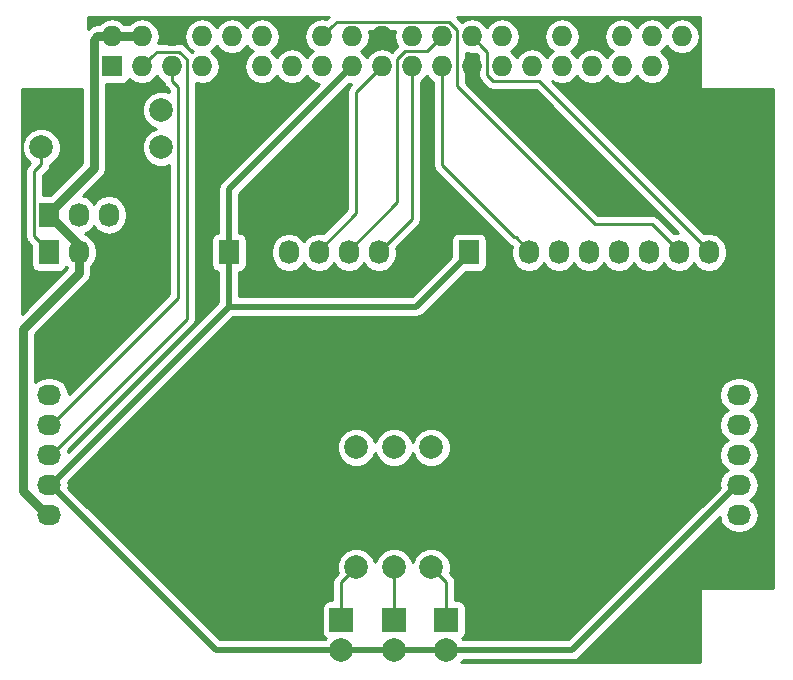
<source format=gtl>
G04 #@! TF.FileFunction,Copper,L1,Top,Signal*
%FSLAX46Y46*%
G04 Gerber Fmt 4.6, Leading zero omitted, Abs format (unit mm)*
G04 Created by KiCad (PCBNEW 4.0.4-stable) date 10/13/16 18:12:30*
%MOMM*%
%LPD*%
G01*
G04 APERTURE LIST*
%ADD10C,0.100000*%
%ADD11R,1.727200X2.032000*%
%ADD12O,1.727200X2.032000*%
%ADD13R,1.727200X1.727200*%
%ADD14O,1.727200X1.727200*%
%ADD15C,1.998980*%
%ADD16R,2.000000X2.000000*%
%ADD17C,2.000000*%
%ADD18O,2.032000X1.727200*%
%ADD19R,2.032000X1.727200*%
%ADD20C,0.508000*%
%ADD21C,0.762000*%
%ADD22C,0.254000*%
G04 APERTURE END LIST*
D10*
D11*
X149860000Y-55880000D03*
D12*
X152400000Y-55880000D03*
X154940000Y-55880000D03*
X157480000Y-55880000D03*
X160020000Y-55880000D03*
X162560000Y-55880000D03*
X165100000Y-55880000D03*
X167640000Y-55880000D03*
X170180000Y-55880000D03*
X172720000Y-55880000D03*
D13*
X119634000Y-40132000D03*
D14*
X119634000Y-37592000D03*
X122174000Y-40132000D03*
X122174000Y-37592000D03*
X124714000Y-40132000D03*
X124714000Y-37592000D03*
X127254000Y-40132000D03*
X127254000Y-37592000D03*
X129794000Y-40132000D03*
X129794000Y-37592000D03*
X132334000Y-40132000D03*
X132334000Y-37592000D03*
X134874000Y-40132000D03*
X134874000Y-37592000D03*
X137414000Y-40132000D03*
X137414000Y-37592000D03*
X139954000Y-40132000D03*
X139954000Y-37592000D03*
X142494000Y-40132000D03*
X142494000Y-37592000D03*
X145034000Y-40132000D03*
X145034000Y-37592000D03*
X147574000Y-40132000D03*
X147574000Y-37592000D03*
X150114000Y-40132000D03*
X150114000Y-37592000D03*
X152654000Y-40132000D03*
X152654000Y-37592000D03*
X155194000Y-40132000D03*
X155194000Y-37592000D03*
X157734000Y-40132000D03*
X157734000Y-37592000D03*
X160274000Y-40132000D03*
X160274000Y-37592000D03*
X162814000Y-40132000D03*
X162814000Y-37592000D03*
X165354000Y-40132000D03*
X165354000Y-37592000D03*
X167894000Y-40132000D03*
X167894000Y-37592000D03*
D15*
X140335000Y-82550000D03*
X140335000Y-72390000D03*
D11*
X129540000Y-55880000D03*
D12*
X132080000Y-55880000D03*
X134620000Y-55880000D03*
X137160000Y-55880000D03*
X139700000Y-55880000D03*
X142240000Y-55880000D03*
X144780000Y-55880000D03*
D11*
X114300000Y-52705000D03*
D12*
X116840000Y-52705000D03*
X119380000Y-52705000D03*
X121920000Y-52705000D03*
D11*
X114300000Y-55880000D03*
D12*
X116840000Y-55880000D03*
X119380000Y-55880000D03*
D16*
X139065000Y-86995000D03*
D17*
X139065000Y-89535000D03*
D16*
X143510000Y-86995000D03*
D17*
X143510000Y-89535000D03*
D16*
X147955000Y-86995000D03*
D17*
X147955000Y-89535000D03*
D15*
X143510000Y-82550000D03*
X143510000Y-72390000D03*
X146685000Y-82550000D03*
X146685000Y-72390000D03*
X113665000Y-46990000D03*
X123825000Y-46990000D03*
X123825000Y-43815000D03*
X113665000Y-43815000D03*
D18*
X114300000Y-67945000D03*
D19*
X114300000Y-65405000D03*
D18*
X114300000Y-70485000D03*
X114300000Y-73025000D03*
X114300000Y-75565000D03*
X114300000Y-78105000D03*
X172720000Y-78105000D03*
X172720000Y-75565000D03*
X172720000Y-73025000D03*
X172720000Y-70485000D03*
D19*
X172720000Y-65405000D03*
D18*
X172720000Y-67945000D03*
D20*
X129540000Y-55880000D02*
X129540000Y-50800000D01*
X139954000Y-40132000D02*
X129540000Y-50546000D01*
X129540000Y-50546000D02*
X129540000Y-50800000D01*
X172720000Y-75565000D02*
X172567600Y-75565000D01*
X172567600Y-75565000D02*
X158597600Y-89535000D01*
X158597600Y-89535000D02*
X149369213Y-89535000D01*
X149369213Y-89535000D02*
X147955000Y-89535000D01*
X149860000Y-55880000D02*
X149860000Y-56032400D01*
X149860000Y-56032400D02*
X145415000Y-60477400D01*
X145415000Y-60477400D02*
X129540000Y-60477400D01*
X129540000Y-55880000D02*
X129540000Y-54356000D01*
X128422400Y-89535000D02*
X147955000Y-89535000D01*
X114300000Y-75565000D02*
X114452400Y-75565000D01*
X114452400Y-75565000D02*
X128422400Y-89535000D01*
X114452400Y-75565000D02*
X129540000Y-60477400D01*
X129540000Y-60477400D02*
X129540000Y-57404000D01*
X129540000Y-57404000D02*
X129540000Y-55880000D01*
X129540000Y-55727600D02*
X129540000Y-55880000D01*
D21*
X118110000Y-37894686D02*
X118110000Y-48742600D01*
X118110000Y-48742600D02*
X114300000Y-52552600D01*
X114300000Y-52552600D02*
X114300000Y-52705000D01*
X119634000Y-37592000D02*
X118412686Y-37592000D01*
X118412686Y-37592000D02*
X118110000Y-37894686D01*
X116840000Y-55880000D02*
X116840000Y-57658000D01*
X112140979Y-76098379D02*
X114147600Y-78105000D01*
X116840000Y-57658000D02*
X112140979Y-62357021D01*
X112140979Y-62357021D02*
X112140979Y-76098379D01*
X114147600Y-78105000D02*
X114300000Y-78105000D01*
X114300000Y-52705000D02*
X116840000Y-55245000D01*
X116840000Y-55245000D02*
X116840000Y-55880000D01*
X119634000Y-37592000D02*
X122174000Y-37592000D01*
D22*
X114300000Y-73025000D02*
X114452400Y-73025000D01*
X125958601Y-61518799D02*
X125958601Y-39534591D01*
X114452400Y-73025000D02*
X125958601Y-61518799D01*
X123037599Y-39268401D02*
X122174000Y-40132000D01*
X125958601Y-39534591D02*
X125311409Y-38887399D01*
X125311409Y-38887399D02*
X123418601Y-38887399D01*
X123418601Y-38887399D02*
X123037599Y-39268401D01*
X114300000Y-70485000D02*
X114452400Y-70485000D01*
X114452400Y-70485000D02*
X125205491Y-59731909D01*
X125205491Y-59731909D02*
X125205491Y-41844805D01*
X125205491Y-41844805D02*
X124714000Y-41353314D01*
X124714000Y-41353314D02*
X124714000Y-40132000D01*
X140335011Y-52552589D02*
X140335011Y-42290989D01*
X140335011Y-42290989D02*
X142494000Y-40132000D01*
X137160000Y-55727600D02*
X140335011Y-52552589D01*
X137160000Y-55880000D02*
X137160000Y-55727600D01*
X145034000Y-40132000D02*
X145034000Y-53086000D01*
X145034000Y-53086000D02*
X142240000Y-55880000D01*
X147574000Y-37592000D02*
X146329399Y-38836601D01*
X146329399Y-38836601D02*
X144487389Y-38836601D01*
X144487389Y-38836601D02*
X143789399Y-39534591D01*
X143789399Y-39534591D02*
X143789399Y-51638201D01*
X143789399Y-51638201D02*
X139700000Y-55727600D01*
X139700000Y-55727600D02*
X139700000Y-55880000D01*
X147574000Y-40132000D02*
X147574000Y-48514000D01*
X147574000Y-48514000D02*
X153670000Y-54610000D01*
X153670000Y-54610000D02*
X153822400Y-54610000D01*
X153822400Y-54610000D02*
X154940000Y-55727600D01*
X154940000Y-55727600D02*
X154940000Y-55880000D01*
X170180000Y-55880000D02*
X170180000Y-55727600D01*
X170180000Y-55727600D02*
X155829001Y-41376601D01*
X155829001Y-41376601D02*
X151929591Y-41376601D01*
X151929591Y-41376601D02*
X151409399Y-40856409D01*
X151409399Y-40856409D02*
X151409399Y-38887399D01*
X150977599Y-38455599D02*
X150114000Y-37592000D01*
X151409399Y-38887399D02*
X150977599Y-38455599D01*
X113665000Y-46990000D02*
X113665000Y-48403492D01*
X113665000Y-48403492D02*
X113055399Y-49013093D01*
X113055399Y-49013093D02*
X113055399Y-54482999D01*
X114300000Y-55727600D02*
X114300000Y-55880000D01*
X113055399Y-54482999D02*
X114300000Y-55727600D01*
X140335000Y-82550000D02*
X139065000Y-83820000D01*
X139065000Y-83820000D02*
X139065000Y-86995000D01*
X143510000Y-82550000D02*
X143510000Y-86995000D01*
X146685000Y-82550000D02*
X147955000Y-83820000D01*
X147955000Y-83820000D02*
X147955000Y-86995000D01*
X160503373Y-53450491D02*
X148869399Y-41816517D01*
X148869399Y-41816517D02*
X148869399Y-37045389D01*
X148171409Y-36347399D02*
X138658601Y-36347399D01*
X148869399Y-37045389D02*
X148171409Y-36347399D01*
X138658601Y-36347399D02*
X138277599Y-36728401D01*
X138277599Y-36728401D02*
X137414000Y-37592000D01*
X165362891Y-53450491D02*
X160503373Y-53450491D01*
X167640000Y-55727600D02*
X165362891Y-53450491D01*
X167640000Y-55880000D02*
X167640000Y-55727600D01*
G36*
X169418000Y-41910000D02*
X169426685Y-41956159D01*
X169427652Y-41957662D01*
X169428006Y-41959410D01*
X169441248Y-41978791D01*
X169453965Y-41998553D01*
X169455440Y-41999560D01*
X169456447Y-42001035D01*
X169476209Y-42013752D01*
X169495590Y-42026994D01*
X169497338Y-42027348D01*
X169498841Y-42028315D01*
X169545000Y-42037000D01*
X175615000Y-42037000D01*
X175615000Y-84328000D01*
X169545000Y-84328000D01*
X169495590Y-84338006D01*
X169453965Y-84366447D01*
X169426685Y-84408841D01*
X169418000Y-84455000D01*
X169418000Y-90580000D01*
X149222435Y-90580000D01*
X149340278Y-90462363D01*
X149356208Y-90424000D01*
X158597600Y-90424000D01*
X158937806Y-90356329D01*
X159226218Y-90163618D01*
X171077831Y-78312005D01*
X171150729Y-78678489D01*
X171475585Y-79164670D01*
X171961766Y-79489526D01*
X172535255Y-79603600D01*
X172904745Y-79603600D01*
X173478234Y-79489526D01*
X173964415Y-79164670D01*
X174289271Y-78678489D01*
X174403345Y-78105000D01*
X174289271Y-77531511D01*
X173964415Y-77045330D01*
X173649634Y-76835000D01*
X173964415Y-76624670D01*
X174289271Y-76138489D01*
X174403345Y-75565000D01*
X174289271Y-74991511D01*
X173964415Y-74505330D01*
X173649634Y-74295000D01*
X173964415Y-74084670D01*
X174289271Y-73598489D01*
X174403345Y-73025000D01*
X174289271Y-72451511D01*
X173964415Y-71965330D01*
X173649634Y-71755000D01*
X173964415Y-71544670D01*
X174289271Y-71058489D01*
X174403345Y-70485000D01*
X174289271Y-69911511D01*
X173964415Y-69425330D01*
X173649634Y-69215000D01*
X173964415Y-69004670D01*
X174289271Y-68518489D01*
X174403345Y-67945000D01*
X174289271Y-67371511D01*
X173964415Y-66885330D01*
X173478234Y-66560474D01*
X172904745Y-66446400D01*
X172535255Y-66446400D01*
X171961766Y-66560474D01*
X171475585Y-66885330D01*
X171150729Y-67371511D01*
X171036655Y-67945000D01*
X171150729Y-68518489D01*
X171475585Y-69004670D01*
X171790366Y-69215000D01*
X171475585Y-69425330D01*
X171150729Y-69911511D01*
X171036655Y-70485000D01*
X171150729Y-71058489D01*
X171475585Y-71544670D01*
X171790366Y-71755000D01*
X171475585Y-71965330D01*
X171150729Y-72451511D01*
X171036655Y-73025000D01*
X171150729Y-73598489D01*
X171475585Y-74084670D01*
X171790366Y-74295000D01*
X171475585Y-74505330D01*
X171150729Y-74991511D01*
X171036655Y-75565000D01*
X171082066Y-75793298D01*
X158229364Y-88646000D01*
X149356745Y-88646000D01*
X149341894Y-88610057D01*
X149275379Y-88543426D01*
X149406441Y-88459090D01*
X149551431Y-88246890D01*
X149602440Y-87995000D01*
X149602440Y-85995000D01*
X149558162Y-85759683D01*
X149419090Y-85543559D01*
X149206890Y-85398569D01*
X148955000Y-85347560D01*
X148717000Y-85347560D01*
X148717000Y-83820000D01*
X148658996Y-83528395D01*
X148623088Y-83474655D01*
X148493815Y-83281184D01*
X148251715Y-83039084D01*
X148319206Y-82876547D01*
X148319774Y-82226306D01*
X148071462Y-81625345D01*
X147612073Y-81165154D01*
X147011547Y-80915794D01*
X146361306Y-80915226D01*
X145760345Y-81163538D01*
X145300154Y-81622927D01*
X145097309Y-82111432D01*
X144896462Y-81625345D01*
X144437073Y-81165154D01*
X143836547Y-80915794D01*
X143186306Y-80915226D01*
X142585345Y-81163538D01*
X142125154Y-81622927D01*
X141922309Y-82111432D01*
X141721462Y-81625345D01*
X141262073Y-81165154D01*
X140661547Y-80915794D01*
X140011306Y-80915226D01*
X139410345Y-81163538D01*
X138950154Y-81622927D01*
X138700794Y-82223453D01*
X138700226Y-82873694D01*
X138768482Y-83038887D01*
X138526186Y-83281184D01*
X138526185Y-83281185D01*
X138361004Y-83528395D01*
X138303000Y-83820000D01*
X138303000Y-85347560D01*
X138065000Y-85347560D01*
X137829683Y-85391838D01*
X137613559Y-85530910D01*
X137468569Y-85743110D01*
X137417560Y-85995000D01*
X137417560Y-87995000D01*
X137461838Y-88230317D01*
X137600910Y-88446441D01*
X137743561Y-88543910D01*
X137679722Y-88607637D01*
X137663792Y-88646000D01*
X128790636Y-88646000D01*
X115937934Y-75793298D01*
X115983345Y-75565000D01*
X115937934Y-75336702D01*
X118560942Y-72713694D01*
X138700226Y-72713694D01*
X138948538Y-73314655D01*
X139407927Y-73774846D01*
X140008453Y-74024206D01*
X140658694Y-74024774D01*
X141259655Y-73776462D01*
X141719846Y-73317073D01*
X141922691Y-72828568D01*
X142123538Y-73314655D01*
X142582927Y-73774846D01*
X143183453Y-74024206D01*
X143833694Y-74024774D01*
X144434655Y-73776462D01*
X144894846Y-73317073D01*
X145097691Y-72828568D01*
X145298538Y-73314655D01*
X145757927Y-73774846D01*
X146358453Y-74024206D01*
X147008694Y-74024774D01*
X147609655Y-73776462D01*
X148069846Y-73317073D01*
X148319206Y-72716547D01*
X148319774Y-72066306D01*
X148071462Y-71465345D01*
X147612073Y-71005154D01*
X147011547Y-70755794D01*
X146361306Y-70755226D01*
X145760345Y-71003538D01*
X145300154Y-71462927D01*
X145097309Y-71951432D01*
X144896462Y-71465345D01*
X144437073Y-71005154D01*
X143836547Y-70755794D01*
X143186306Y-70755226D01*
X142585345Y-71003538D01*
X142125154Y-71462927D01*
X141922309Y-71951432D01*
X141721462Y-71465345D01*
X141262073Y-71005154D01*
X140661547Y-70755794D01*
X140011306Y-70755226D01*
X139410345Y-71003538D01*
X138950154Y-71462927D01*
X138700794Y-72063453D01*
X138700226Y-72713694D01*
X118560942Y-72713694D01*
X129908236Y-61366400D01*
X145415000Y-61366400D01*
X145755206Y-61298729D01*
X146043618Y-61106018D01*
X149606196Y-57543440D01*
X150723600Y-57543440D01*
X150958917Y-57499162D01*
X151175041Y-57360090D01*
X151320031Y-57147890D01*
X151371040Y-56896000D01*
X151371040Y-54864000D01*
X151326762Y-54628683D01*
X151187690Y-54412559D01*
X150975490Y-54267569D01*
X150723600Y-54216560D01*
X148996400Y-54216560D01*
X148761083Y-54260838D01*
X148544959Y-54399910D01*
X148399969Y-54612110D01*
X148348960Y-54864000D01*
X148348960Y-56286204D01*
X145046764Y-59588400D01*
X130429000Y-59588400D01*
X130429000Y-57538661D01*
X130638917Y-57499162D01*
X130855041Y-57360090D01*
X131000031Y-57147890D01*
X131051040Y-56896000D01*
X131051040Y-54864000D01*
X131006762Y-54628683D01*
X130867690Y-54412559D01*
X130655490Y-54267569D01*
X130429000Y-54221704D01*
X130429000Y-50914236D01*
X139728193Y-41615043D01*
X139899293Y-41649077D01*
X139796196Y-41752174D01*
X139631015Y-41999384D01*
X139573011Y-42290989D01*
X139573011Y-52236958D01*
X137538105Y-54271865D01*
X137160000Y-54196655D01*
X136586511Y-54310729D01*
X136100330Y-54635585D01*
X135890000Y-54950366D01*
X135679670Y-54635585D01*
X135193489Y-54310729D01*
X134620000Y-54196655D01*
X134046511Y-54310729D01*
X133560330Y-54635585D01*
X133235474Y-55121766D01*
X133121400Y-55695255D01*
X133121400Y-56064745D01*
X133235474Y-56638234D01*
X133560330Y-57124415D01*
X134046511Y-57449271D01*
X134620000Y-57563345D01*
X135193489Y-57449271D01*
X135679670Y-57124415D01*
X135890000Y-56809634D01*
X136100330Y-57124415D01*
X136586511Y-57449271D01*
X137160000Y-57563345D01*
X137733489Y-57449271D01*
X138219670Y-57124415D01*
X138430000Y-56809634D01*
X138640330Y-57124415D01*
X139126511Y-57449271D01*
X139700000Y-57563345D01*
X140273489Y-57449271D01*
X140759670Y-57124415D01*
X140970000Y-56809634D01*
X141180330Y-57124415D01*
X141666511Y-57449271D01*
X142240000Y-57563345D01*
X142813489Y-57449271D01*
X143299670Y-57124415D01*
X143624526Y-56638234D01*
X143738600Y-56064745D01*
X143738600Y-55695255D01*
X143699408Y-55498223D01*
X145572816Y-53624815D01*
X145707383Y-53423420D01*
X145737996Y-53377605D01*
X145796000Y-53086000D01*
X145796000Y-41419926D01*
X146093670Y-41221029D01*
X146304000Y-40906248D01*
X146514330Y-41221029D01*
X146812000Y-41419926D01*
X146812000Y-48514000D01*
X146870004Y-48805605D01*
X146961346Y-48942307D01*
X147035185Y-49052815D01*
X153131185Y-55148815D01*
X153378395Y-55313996D01*
X153466239Y-55331469D01*
X153505877Y-55371107D01*
X153441400Y-55695255D01*
X153441400Y-56064745D01*
X153555474Y-56638234D01*
X153880330Y-57124415D01*
X154366511Y-57449271D01*
X154940000Y-57563345D01*
X155513489Y-57449271D01*
X155999670Y-57124415D01*
X156210000Y-56809634D01*
X156420330Y-57124415D01*
X156906511Y-57449271D01*
X157480000Y-57563345D01*
X158053489Y-57449271D01*
X158539670Y-57124415D01*
X158750000Y-56809634D01*
X158960330Y-57124415D01*
X159446511Y-57449271D01*
X160020000Y-57563345D01*
X160593489Y-57449271D01*
X161079670Y-57124415D01*
X161290000Y-56809634D01*
X161500330Y-57124415D01*
X161986511Y-57449271D01*
X162560000Y-57563345D01*
X163133489Y-57449271D01*
X163619670Y-57124415D01*
X163830000Y-56809634D01*
X164040330Y-57124415D01*
X164526511Y-57449271D01*
X165100000Y-57563345D01*
X165673489Y-57449271D01*
X166159670Y-57124415D01*
X166370000Y-56809634D01*
X166580330Y-57124415D01*
X167066511Y-57449271D01*
X167640000Y-57563345D01*
X168213489Y-57449271D01*
X168699670Y-57124415D01*
X168910000Y-56809634D01*
X169120330Y-57124415D01*
X169606511Y-57449271D01*
X170180000Y-57563345D01*
X170753489Y-57449271D01*
X171239670Y-57124415D01*
X171564526Y-56638234D01*
X171678600Y-56064745D01*
X171678600Y-55695255D01*
X171564526Y-55121766D01*
X171239670Y-54635585D01*
X170753489Y-54310729D01*
X170180000Y-54196655D01*
X169801896Y-54271865D01*
X156905566Y-41375536D01*
X157160511Y-41545885D01*
X157734000Y-41659959D01*
X158307489Y-41545885D01*
X158793670Y-41221029D01*
X159004000Y-40906248D01*
X159214330Y-41221029D01*
X159700511Y-41545885D01*
X160274000Y-41659959D01*
X160847489Y-41545885D01*
X161333670Y-41221029D01*
X161544000Y-40906248D01*
X161754330Y-41221029D01*
X162240511Y-41545885D01*
X162814000Y-41659959D01*
X163387489Y-41545885D01*
X163873670Y-41221029D01*
X164084000Y-40906248D01*
X164294330Y-41221029D01*
X164780511Y-41545885D01*
X165354000Y-41659959D01*
X165927489Y-41545885D01*
X166413670Y-41221029D01*
X166738526Y-40734848D01*
X166852600Y-40161359D01*
X166852600Y-40102641D01*
X166738526Y-39529152D01*
X166413670Y-39042971D01*
X166142828Y-38862000D01*
X166413670Y-38681029D01*
X166624000Y-38366248D01*
X166834330Y-38681029D01*
X167320511Y-39005885D01*
X167894000Y-39119959D01*
X168467489Y-39005885D01*
X168953670Y-38681029D01*
X169278526Y-38194848D01*
X169392600Y-37621359D01*
X169392600Y-37562641D01*
X169278526Y-36989152D01*
X168953670Y-36502971D01*
X168467489Y-36178115D01*
X167894000Y-36064041D01*
X167320511Y-36178115D01*
X166834330Y-36502971D01*
X166624000Y-36817752D01*
X166413670Y-36502971D01*
X165927489Y-36178115D01*
X165354000Y-36064041D01*
X164780511Y-36178115D01*
X164294330Y-36502971D01*
X164084000Y-36817752D01*
X163873670Y-36502971D01*
X163387489Y-36178115D01*
X162814000Y-36064041D01*
X162240511Y-36178115D01*
X161754330Y-36502971D01*
X161429474Y-36989152D01*
X161315400Y-37562641D01*
X161315400Y-37621359D01*
X161429474Y-38194848D01*
X161754330Y-38681029D01*
X162025172Y-38862000D01*
X161754330Y-39042971D01*
X161544000Y-39357752D01*
X161333670Y-39042971D01*
X160847489Y-38718115D01*
X160274000Y-38604041D01*
X159700511Y-38718115D01*
X159214330Y-39042971D01*
X159004000Y-39357752D01*
X158793670Y-39042971D01*
X158522828Y-38862000D01*
X158793670Y-38681029D01*
X159118526Y-38194848D01*
X159232600Y-37621359D01*
X159232600Y-37562641D01*
X159118526Y-36989152D01*
X158793670Y-36502971D01*
X158307489Y-36178115D01*
X157734000Y-36064041D01*
X157160511Y-36178115D01*
X156674330Y-36502971D01*
X156349474Y-36989152D01*
X156235400Y-37562641D01*
X156235400Y-37621359D01*
X156349474Y-38194848D01*
X156674330Y-38681029D01*
X156945172Y-38862000D01*
X156674330Y-39042971D01*
X156464000Y-39357752D01*
X156253670Y-39042971D01*
X155767489Y-38718115D01*
X155194000Y-38604041D01*
X154620511Y-38718115D01*
X154134330Y-39042971D01*
X153924000Y-39357752D01*
X153713670Y-39042971D01*
X153442828Y-38862000D01*
X153713670Y-38681029D01*
X154038526Y-38194848D01*
X154152600Y-37621359D01*
X154152600Y-37562641D01*
X154038526Y-36989152D01*
X153713670Y-36502971D01*
X153227489Y-36178115D01*
X152654000Y-36064041D01*
X152080511Y-36178115D01*
X151594330Y-36502971D01*
X151384000Y-36817752D01*
X151173670Y-36502971D01*
X150687489Y-36178115D01*
X150114000Y-36064041D01*
X149540511Y-36178115D01*
X149264308Y-36362668D01*
X148851640Y-35950000D01*
X169418000Y-35950000D01*
X169418000Y-41910000D01*
X169418000Y-41910000D01*
G37*
X169418000Y-41910000D02*
X169426685Y-41956159D01*
X169427652Y-41957662D01*
X169428006Y-41959410D01*
X169441248Y-41978791D01*
X169453965Y-41998553D01*
X169455440Y-41999560D01*
X169456447Y-42001035D01*
X169476209Y-42013752D01*
X169495590Y-42026994D01*
X169497338Y-42027348D01*
X169498841Y-42028315D01*
X169545000Y-42037000D01*
X175615000Y-42037000D01*
X175615000Y-84328000D01*
X169545000Y-84328000D01*
X169495590Y-84338006D01*
X169453965Y-84366447D01*
X169426685Y-84408841D01*
X169418000Y-84455000D01*
X169418000Y-90580000D01*
X149222435Y-90580000D01*
X149340278Y-90462363D01*
X149356208Y-90424000D01*
X158597600Y-90424000D01*
X158937806Y-90356329D01*
X159226218Y-90163618D01*
X171077831Y-78312005D01*
X171150729Y-78678489D01*
X171475585Y-79164670D01*
X171961766Y-79489526D01*
X172535255Y-79603600D01*
X172904745Y-79603600D01*
X173478234Y-79489526D01*
X173964415Y-79164670D01*
X174289271Y-78678489D01*
X174403345Y-78105000D01*
X174289271Y-77531511D01*
X173964415Y-77045330D01*
X173649634Y-76835000D01*
X173964415Y-76624670D01*
X174289271Y-76138489D01*
X174403345Y-75565000D01*
X174289271Y-74991511D01*
X173964415Y-74505330D01*
X173649634Y-74295000D01*
X173964415Y-74084670D01*
X174289271Y-73598489D01*
X174403345Y-73025000D01*
X174289271Y-72451511D01*
X173964415Y-71965330D01*
X173649634Y-71755000D01*
X173964415Y-71544670D01*
X174289271Y-71058489D01*
X174403345Y-70485000D01*
X174289271Y-69911511D01*
X173964415Y-69425330D01*
X173649634Y-69215000D01*
X173964415Y-69004670D01*
X174289271Y-68518489D01*
X174403345Y-67945000D01*
X174289271Y-67371511D01*
X173964415Y-66885330D01*
X173478234Y-66560474D01*
X172904745Y-66446400D01*
X172535255Y-66446400D01*
X171961766Y-66560474D01*
X171475585Y-66885330D01*
X171150729Y-67371511D01*
X171036655Y-67945000D01*
X171150729Y-68518489D01*
X171475585Y-69004670D01*
X171790366Y-69215000D01*
X171475585Y-69425330D01*
X171150729Y-69911511D01*
X171036655Y-70485000D01*
X171150729Y-71058489D01*
X171475585Y-71544670D01*
X171790366Y-71755000D01*
X171475585Y-71965330D01*
X171150729Y-72451511D01*
X171036655Y-73025000D01*
X171150729Y-73598489D01*
X171475585Y-74084670D01*
X171790366Y-74295000D01*
X171475585Y-74505330D01*
X171150729Y-74991511D01*
X171036655Y-75565000D01*
X171082066Y-75793298D01*
X158229364Y-88646000D01*
X149356745Y-88646000D01*
X149341894Y-88610057D01*
X149275379Y-88543426D01*
X149406441Y-88459090D01*
X149551431Y-88246890D01*
X149602440Y-87995000D01*
X149602440Y-85995000D01*
X149558162Y-85759683D01*
X149419090Y-85543559D01*
X149206890Y-85398569D01*
X148955000Y-85347560D01*
X148717000Y-85347560D01*
X148717000Y-83820000D01*
X148658996Y-83528395D01*
X148623088Y-83474655D01*
X148493815Y-83281184D01*
X148251715Y-83039084D01*
X148319206Y-82876547D01*
X148319774Y-82226306D01*
X148071462Y-81625345D01*
X147612073Y-81165154D01*
X147011547Y-80915794D01*
X146361306Y-80915226D01*
X145760345Y-81163538D01*
X145300154Y-81622927D01*
X145097309Y-82111432D01*
X144896462Y-81625345D01*
X144437073Y-81165154D01*
X143836547Y-80915794D01*
X143186306Y-80915226D01*
X142585345Y-81163538D01*
X142125154Y-81622927D01*
X141922309Y-82111432D01*
X141721462Y-81625345D01*
X141262073Y-81165154D01*
X140661547Y-80915794D01*
X140011306Y-80915226D01*
X139410345Y-81163538D01*
X138950154Y-81622927D01*
X138700794Y-82223453D01*
X138700226Y-82873694D01*
X138768482Y-83038887D01*
X138526186Y-83281184D01*
X138526185Y-83281185D01*
X138361004Y-83528395D01*
X138303000Y-83820000D01*
X138303000Y-85347560D01*
X138065000Y-85347560D01*
X137829683Y-85391838D01*
X137613559Y-85530910D01*
X137468569Y-85743110D01*
X137417560Y-85995000D01*
X137417560Y-87995000D01*
X137461838Y-88230317D01*
X137600910Y-88446441D01*
X137743561Y-88543910D01*
X137679722Y-88607637D01*
X137663792Y-88646000D01*
X128790636Y-88646000D01*
X115937934Y-75793298D01*
X115983345Y-75565000D01*
X115937934Y-75336702D01*
X118560942Y-72713694D01*
X138700226Y-72713694D01*
X138948538Y-73314655D01*
X139407927Y-73774846D01*
X140008453Y-74024206D01*
X140658694Y-74024774D01*
X141259655Y-73776462D01*
X141719846Y-73317073D01*
X141922691Y-72828568D01*
X142123538Y-73314655D01*
X142582927Y-73774846D01*
X143183453Y-74024206D01*
X143833694Y-74024774D01*
X144434655Y-73776462D01*
X144894846Y-73317073D01*
X145097691Y-72828568D01*
X145298538Y-73314655D01*
X145757927Y-73774846D01*
X146358453Y-74024206D01*
X147008694Y-74024774D01*
X147609655Y-73776462D01*
X148069846Y-73317073D01*
X148319206Y-72716547D01*
X148319774Y-72066306D01*
X148071462Y-71465345D01*
X147612073Y-71005154D01*
X147011547Y-70755794D01*
X146361306Y-70755226D01*
X145760345Y-71003538D01*
X145300154Y-71462927D01*
X145097309Y-71951432D01*
X144896462Y-71465345D01*
X144437073Y-71005154D01*
X143836547Y-70755794D01*
X143186306Y-70755226D01*
X142585345Y-71003538D01*
X142125154Y-71462927D01*
X141922309Y-71951432D01*
X141721462Y-71465345D01*
X141262073Y-71005154D01*
X140661547Y-70755794D01*
X140011306Y-70755226D01*
X139410345Y-71003538D01*
X138950154Y-71462927D01*
X138700794Y-72063453D01*
X138700226Y-72713694D01*
X118560942Y-72713694D01*
X129908236Y-61366400D01*
X145415000Y-61366400D01*
X145755206Y-61298729D01*
X146043618Y-61106018D01*
X149606196Y-57543440D01*
X150723600Y-57543440D01*
X150958917Y-57499162D01*
X151175041Y-57360090D01*
X151320031Y-57147890D01*
X151371040Y-56896000D01*
X151371040Y-54864000D01*
X151326762Y-54628683D01*
X151187690Y-54412559D01*
X150975490Y-54267569D01*
X150723600Y-54216560D01*
X148996400Y-54216560D01*
X148761083Y-54260838D01*
X148544959Y-54399910D01*
X148399969Y-54612110D01*
X148348960Y-54864000D01*
X148348960Y-56286204D01*
X145046764Y-59588400D01*
X130429000Y-59588400D01*
X130429000Y-57538661D01*
X130638917Y-57499162D01*
X130855041Y-57360090D01*
X131000031Y-57147890D01*
X131051040Y-56896000D01*
X131051040Y-54864000D01*
X131006762Y-54628683D01*
X130867690Y-54412559D01*
X130655490Y-54267569D01*
X130429000Y-54221704D01*
X130429000Y-50914236D01*
X139728193Y-41615043D01*
X139899293Y-41649077D01*
X139796196Y-41752174D01*
X139631015Y-41999384D01*
X139573011Y-42290989D01*
X139573011Y-52236958D01*
X137538105Y-54271865D01*
X137160000Y-54196655D01*
X136586511Y-54310729D01*
X136100330Y-54635585D01*
X135890000Y-54950366D01*
X135679670Y-54635585D01*
X135193489Y-54310729D01*
X134620000Y-54196655D01*
X134046511Y-54310729D01*
X133560330Y-54635585D01*
X133235474Y-55121766D01*
X133121400Y-55695255D01*
X133121400Y-56064745D01*
X133235474Y-56638234D01*
X133560330Y-57124415D01*
X134046511Y-57449271D01*
X134620000Y-57563345D01*
X135193489Y-57449271D01*
X135679670Y-57124415D01*
X135890000Y-56809634D01*
X136100330Y-57124415D01*
X136586511Y-57449271D01*
X137160000Y-57563345D01*
X137733489Y-57449271D01*
X138219670Y-57124415D01*
X138430000Y-56809634D01*
X138640330Y-57124415D01*
X139126511Y-57449271D01*
X139700000Y-57563345D01*
X140273489Y-57449271D01*
X140759670Y-57124415D01*
X140970000Y-56809634D01*
X141180330Y-57124415D01*
X141666511Y-57449271D01*
X142240000Y-57563345D01*
X142813489Y-57449271D01*
X143299670Y-57124415D01*
X143624526Y-56638234D01*
X143738600Y-56064745D01*
X143738600Y-55695255D01*
X143699408Y-55498223D01*
X145572816Y-53624815D01*
X145707383Y-53423420D01*
X145737996Y-53377605D01*
X145796000Y-53086000D01*
X145796000Y-41419926D01*
X146093670Y-41221029D01*
X146304000Y-40906248D01*
X146514330Y-41221029D01*
X146812000Y-41419926D01*
X146812000Y-48514000D01*
X146870004Y-48805605D01*
X146961346Y-48942307D01*
X147035185Y-49052815D01*
X153131185Y-55148815D01*
X153378395Y-55313996D01*
X153466239Y-55331469D01*
X153505877Y-55371107D01*
X153441400Y-55695255D01*
X153441400Y-56064745D01*
X153555474Y-56638234D01*
X153880330Y-57124415D01*
X154366511Y-57449271D01*
X154940000Y-57563345D01*
X155513489Y-57449271D01*
X155999670Y-57124415D01*
X156210000Y-56809634D01*
X156420330Y-57124415D01*
X156906511Y-57449271D01*
X157480000Y-57563345D01*
X158053489Y-57449271D01*
X158539670Y-57124415D01*
X158750000Y-56809634D01*
X158960330Y-57124415D01*
X159446511Y-57449271D01*
X160020000Y-57563345D01*
X160593489Y-57449271D01*
X161079670Y-57124415D01*
X161290000Y-56809634D01*
X161500330Y-57124415D01*
X161986511Y-57449271D01*
X162560000Y-57563345D01*
X163133489Y-57449271D01*
X163619670Y-57124415D01*
X163830000Y-56809634D01*
X164040330Y-57124415D01*
X164526511Y-57449271D01*
X165100000Y-57563345D01*
X165673489Y-57449271D01*
X166159670Y-57124415D01*
X166370000Y-56809634D01*
X166580330Y-57124415D01*
X167066511Y-57449271D01*
X167640000Y-57563345D01*
X168213489Y-57449271D01*
X168699670Y-57124415D01*
X168910000Y-56809634D01*
X169120330Y-57124415D01*
X169606511Y-57449271D01*
X170180000Y-57563345D01*
X170753489Y-57449271D01*
X171239670Y-57124415D01*
X171564526Y-56638234D01*
X171678600Y-56064745D01*
X171678600Y-55695255D01*
X171564526Y-55121766D01*
X171239670Y-54635585D01*
X170753489Y-54310729D01*
X170180000Y-54196655D01*
X169801896Y-54271865D01*
X156905566Y-41375536D01*
X157160511Y-41545885D01*
X157734000Y-41659959D01*
X158307489Y-41545885D01*
X158793670Y-41221029D01*
X159004000Y-40906248D01*
X159214330Y-41221029D01*
X159700511Y-41545885D01*
X160274000Y-41659959D01*
X160847489Y-41545885D01*
X161333670Y-41221029D01*
X161544000Y-40906248D01*
X161754330Y-41221029D01*
X162240511Y-41545885D01*
X162814000Y-41659959D01*
X163387489Y-41545885D01*
X163873670Y-41221029D01*
X164084000Y-40906248D01*
X164294330Y-41221029D01*
X164780511Y-41545885D01*
X165354000Y-41659959D01*
X165927489Y-41545885D01*
X166413670Y-41221029D01*
X166738526Y-40734848D01*
X166852600Y-40161359D01*
X166852600Y-40102641D01*
X166738526Y-39529152D01*
X166413670Y-39042971D01*
X166142828Y-38862000D01*
X166413670Y-38681029D01*
X166624000Y-38366248D01*
X166834330Y-38681029D01*
X167320511Y-39005885D01*
X167894000Y-39119959D01*
X168467489Y-39005885D01*
X168953670Y-38681029D01*
X169278526Y-38194848D01*
X169392600Y-37621359D01*
X169392600Y-37562641D01*
X169278526Y-36989152D01*
X168953670Y-36502971D01*
X168467489Y-36178115D01*
X167894000Y-36064041D01*
X167320511Y-36178115D01*
X166834330Y-36502971D01*
X166624000Y-36817752D01*
X166413670Y-36502971D01*
X165927489Y-36178115D01*
X165354000Y-36064041D01*
X164780511Y-36178115D01*
X164294330Y-36502971D01*
X164084000Y-36817752D01*
X163873670Y-36502971D01*
X163387489Y-36178115D01*
X162814000Y-36064041D01*
X162240511Y-36178115D01*
X161754330Y-36502971D01*
X161429474Y-36989152D01*
X161315400Y-37562641D01*
X161315400Y-37621359D01*
X161429474Y-38194848D01*
X161754330Y-38681029D01*
X162025172Y-38862000D01*
X161754330Y-39042971D01*
X161544000Y-39357752D01*
X161333670Y-39042971D01*
X160847489Y-38718115D01*
X160274000Y-38604041D01*
X159700511Y-38718115D01*
X159214330Y-39042971D01*
X159004000Y-39357752D01*
X158793670Y-39042971D01*
X158522828Y-38862000D01*
X158793670Y-38681029D01*
X159118526Y-38194848D01*
X159232600Y-37621359D01*
X159232600Y-37562641D01*
X159118526Y-36989152D01*
X158793670Y-36502971D01*
X158307489Y-36178115D01*
X157734000Y-36064041D01*
X157160511Y-36178115D01*
X156674330Y-36502971D01*
X156349474Y-36989152D01*
X156235400Y-37562641D01*
X156235400Y-37621359D01*
X156349474Y-38194848D01*
X156674330Y-38681029D01*
X156945172Y-38862000D01*
X156674330Y-39042971D01*
X156464000Y-39357752D01*
X156253670Y-39042971D01*
X155767489Y-38718115D01*
X155194000Y-38604041D01*
X154620511Y-38718115D01*
X154134330Y-39042971D01*
X153924000Y-39357752D01*
X153713670Y-39042971D01*
X153442828Y-38862000D01*
X153713670Y-38681029D01*
X154038526Y-38194848D01*
X154152600Y-37621359D01*
X154152600Y-37562641D01*
X154038526Y-36989152D01*
X153713670Y-36502971D01*
X153227489Y-36178115D01*
X152654000Y-36064041D01*
X152080511Y-36178115D01*
X151594330Y-36502971D01*
X151384000Y-36817752D01*
X151173670Y-36502971D01*
X150687489Y-36178115D01*
X150114000Y-36064041D01*
X149540511Y-36178115D01*
X149264308Y-36362668D01*
X148851640Y-35950000D01*
X169418000Y-35950000D01*
X169418000Y-41910000D01*
G36*
X131274330Y-38681029D02*
X131545172Y-38862000D01*
X131274330Y-39042971D01*
X130949474Y-39529152D01*
X130835400Y-40102641D01*
X130835400Y-40161359D01*
X130949474Y-40734848D01*
X131274330Y-41221029D01*
X131760511Y-41545885D01*
X132334000Y-41659959D01*
X132907489Y-41545885D01*
X133393670Y-41221029D01*
X133604000Y-40906248D01*
X133814330Y-41221029D01*
X134300511Y-41545885D01*
X134874000Y-41659959D01*
X135447489Y-41545885D01*
X135933670Y-41221029D01*
X136144000Y-40906248D01*
X136354330Y-41221029D01*
X136840511Y-41545885D01*
X137209485Y-41619279D01*
X128911382Y-49917382D01*
X128718671Y-50205794D01*
X128651000Y-50546000D01*
X128651000Y-54221339D01*
X128441083Y-54260838D01*
X128224959Y-54399910D01*
X128079969Y-54612110D01*
X128028960Y-54864000D01*
X128028960Y-56896000D01*
X128073238Y-57131317D01*
X128212310Y-57347441D01*
X128424510Y-57492431D01*
X128651000Y-57538296D01*
X128651000Y-60109164D01*
X115942169Y-72817995D01*
X115908135Y-72646895D01*
X126497417Y-62057614D01*
X126662598Y-61810403D01*
X126720601Y-61518799D01*
X126720601Y-41553859D01*
X127254000Y-41659959D01*
X127827489Y-41545885D01*
X128313670Y-41221029D01*
X128638526Y-40734848D01*
X128752600Y-40161359D01*
X128752600Y-40102641D01*
X128638526Y-39529152D01*
X128313670Y-39042971D01*
X128042828Y-38862000D01*
X128313670Y-38681029D01*
X128524000Y-38366248D01*
X128734330Y-38681029D01*
X129220511Y-39005885D01*
X129794000Y-39119959D01*
X130367489Y-39005885D01*
X130853670Y-38681029D01*
X131064000Y-38366248D01*
X131274330Y-38681029D01*
X131274330Y-38681029D01*
G37*
X131274330Y-38681029D02*
X131545172Y-38862000D01*
X131274330Y-39042971D01*
X130949474Y-39529152D01*
X130835400Y-40102641D01*
X130835400Y-40161359D01*
X130949474Y-40734848D01*
X131274330Y-41221029D01*
X131760511Y-41545885D01*
X132334000Y-41659959D01*
X132907489Y-41545885D01*
X133393670Y-41221029D01*
X133604000Y-40906248D01*
X133814330Y-41221029D01*
X134300511Y-41545885D01*
X134874000Y-41659959D01*
X135447489Y-41545885D01*
X135933670Y-41221029D01*
X136144000Y-40906248D01*
X136354330Y-41221029D01*
X136840511Y-41545885D01*
X137209485Y-41619279D01*
X128911382Y-49917382D01*
X128718671Y-50205794D01*
X128651000Y-50546000D01*
X128651000Y-54221339D01*
X128441083Y-54260838D01*
X128224959Y-54399910D01*
X128079969Y-54612110D01*
X128028960Y-54864000D01*
X128028960Y-56896000D01*
X128073238Y-57131317D01*
X128212310Y-57347441D01*
X128424510Y-57492431D01*
X128651000Y-57538296D01*
X128651000Y-60109164D01*
X115942169Y-72817995D01*
X115908135Y-72646895D01*
X126497417Y-62057614D01*
X126662598Y-61810403D01*
X126720601Y-61518799D01*
X126720601Y-41553859D01*
X127254000Y-41659959D01*
X127827489Y-41545885D01*
X128313670Y-41221029D01*
X128638526Y-40734848D01*
X128752600Y-40161359D01*
X128752600Y-40102641D01*
X128638526Y-39529152D01*
X128313670Y-39042971D01*
X128042828Y-38862000D01*
X128313670Y-38681029D01*
X128524000Y-38366248D01*
X128734330Y-38681029D01*
X129220511Y-39005885D01*
X129794000Y-39119959D01*
X130367489Y-39005885D01*
X130853670Y-38681029D01*
X131064000Y-38366248D01*
X131274330Y-38681029D01*
G36*
X123654330Y-41221029D02*
X123967281Y-41430136D01*
X124010004Y-41644919D01*
X124081670Y-41752174D01*
X124175185Y-41892129D01*
X124443491Y-42160436D01*
X124443491Y-42302020D01*
X124151547Y-42180794D01*
X123501306Y-42180226D01*
X122900345Y-42428538D01*
X122440154Y-42887927D01*
X122190794Y-43488453D01*
X122190226Y-44138694D01*
X122438538Y-44739655D01*
X122897927Y-45199846D01*
X123386432Y-45402691D01*
X122900345Y-45603538D01*
X122440154Y-46062927D01*
X122190794Y-46663453D01*
X122190226Y-47313694D01*
X122438538Y-47914655D01*
X122897927Y-48374846D01*
X123498453Y-48624206D01*
X124148694Y-48624774D01*
X124443491Y-48502966D01*
X124443491Y-59416279D01*
X115971968Y-67887802D01*
X115869271Y-67371511D01*
X115544415Y-66885330D01*
X115058234Y-66560474D01*
X114484745Y-66446400D01*
X114115255Y-66446400D01*
X113541766Y-66560474D01*
X113156979Y-66817581D01*
X113156979Y-62777861D01*
X117558420Y-58376421D01*
X117778661Y-58046807D01*
X117778662Y-58046806D01*
X117856000Y-57658000D01*
X117856000Y-57153594D01*
X117899670Y-57124415D01*
X118224526Y-56638234D01*
X118338600Y-56064745D01*
X118338600Y-55695255D01*
X118224526Y-55121766D01*
X117899670Y-54635585D01*
X117413489Y-54310729D01*
X117324961Y-54293120D01*
X117323927Y-54292086D01*
X117413489Y-54274271D01*
X117899670Y-53949415D01*
X118110000Y-53634634D01*
X118320330Y-53949415D01*
X118806511Y-54274271D01*
X119380000Y-54388345D01*
X119953489Y-54274271D01*
X120439670Y-53949415D01*
X120764526Y-53463234D01*
X120878600Y-52889745D01*
X120878600Y-52520255D01*
X120764526Y-51946766D01*
X120439670Y-51460585D01*
X119953489Y-51135729D01*
X119380000Y-51021655D01*
X118806511Y-51135729D01*
X118320330Y-51460585D01*
X118110000Y-51775366D01*
X117899670Y-51460585D01*
X117413489Y-51135729D01*
X117196811Y-51092629D01*
X118828421Y-49461020D01*
X119048662Y-49131407D01*
X119126000Y-48742600D01*
X119126000Y-41643040D01*
X120497600Y-41643040D01*
X120732917Y-41598762D01*
X120949041Y-41459690D01*
X121094031Y-41247490D01*
X121102864Y-41203869D01*
X121114330Y-41221029D01*
X121600511Y-41545885D01*
X122174000Y-41659959D01*
X122747489Y-41545885D01*
X123233670Y-41221029D01*
X123444000Y-40906248D01*
X123654330Y-41221029D01*
X123654330Y-41221029D01*
G37*
X123654330Y-41221029D02*
X123967281Y-41430136D01*
X124010004Y-41644919D01*
X124081670Y-41752174D01*
X124175185Y-41892129D01*
X124443491Y-42160436D01*
X124443491Y-42302020D01*
X124151547Y-42180794D01*
X123501306Y-42180226D01*
X122900345Y-42428538D01*
X122440154Y-42887927D01*
X122190794Y-43488453D01*
X122190226Y-44138694D01*
X122438538Y-44739655D01*
X122897927Y-45199846D01*
X123386432Y-45402691D01*
X122900345Y-45603538D01*
X122440154Y-46062927D01*
X122190794Y-46663453D01*
X122190226Y-47313694D01*
X122438538Y-47914655D01*
X122897927Y-48374846D01*
X123498453Y-48624206D01*
X124148694Y-48624774D01*
X124443491Y-48502966D01*
X124443491Y-59416279D01*
X115971968Y-67887802D01*
X115869271Y-67371511D01*
X115544415Y-66885330D01*
X115058234Y-66560474D01*
X114484745Y-66446400D01*
X114115255Y-66446400D01*
X113541766Y-66560474D01*
X113156979Y-66817581D01*
X113156979Y-62777861D01*
X117558420Y-58376421D01*
X117778661Y-58046807D01*
X117778662Y-58046806D01*
X117856000Y-57658000D01*
X117856000Y-57153594D01*
X117899670Y-57124415D01*
X118224526Y-56638234D01*
X118338600Y-56064745D01*
X118338600Y-55695255D01*
X118224526Y-55121766D01*
X117899670Y-54635585D01*
X117413489Y-54310729D01*
X117324961Y-54293120D01*
X117323927Y-54292086D01*
X117413489Y-54274271D01*
X117899670Y-53949415D01*
X118110000Y-53634634D01*
X118320330Y-53949415D01*
X118806511Y-54274271D01*
X119380000Y-54388345D01*
X119953489Y-54274271D01*
X120439670Y-53949415D01*
X120764526Y-53463234D01*
X120878600Y-52889745D01*
X120878600Y-52520255D01*
X120764526Y-51946766D01*
X120439670Y-51460585D01*
X119953489Y-51135729D01*
X119380000Y-51021655D01*
X118806511Y-51135729D01*
X118320330Y-51460585D01*
X118110000Y-51775366D01*
X117899670Y-51460585D01*
X117413489Y-51135729D01*
X117196811Y-51092629D01*
X118828421Y-49461020D01*
X119048662Y-49131407D01*
X119126000Y-48742600D01*
X119126000Y-41643040D01*
X120497600Y-41643040D01*
X120732917Y-41598762D01*
X120949041Y-41459690D01*
X121094031Y-41247490D01*
X121102864Y-41203869D01*
X121114330Y-41221029D01*
X121600511Y-41545885D01*
X122174000Y-41659959D01*
X122747489Y-41545885D01*
X123233670Y-41221029D01*
X123444000Y-40906248D01*
X123654330Y-41221029D01*
G36*
X117094000Y-48321759D02*
X114374200Y-51041560D01*
X113817399Y-51041560D01*
X113817399Y-49328723D01*
X114203815Y-48942307D01*
X114368996Y-48695097D01*
X114418292Y-48447268D01*
X114589655Y-48376462D01*
X115049846Y-47917073D01*
X115299206Y-47316547D01*
X115299774Y-46666306D01*
X115051462Y-46065345D01*
X114592073Y-45605154D01*
X113991547Y-45355794D01*
X113341306Y-45355226D01*
X112740345Y-45603538D01*
X112280154Y-46062927D01*
X112030794Y-46663453D01*
X112030226Y-47313694D01*
X112278538Y-47914655D01*
X112677025Y-48313837D01*
X112516584Y-48474278D01*
X112351403Y-48721488D01*
X112293399Y-49013093D01*
X112293399Y-54482999D01*
X112351403Y-54774604D01*
X112479023Y-54965600D01*
X112516584Y-55021814D01*
X112788960Y-55294190D01*
X112788960Y-56896000D01*
X112833238Y-57131317D01*
X112972310Y-57347441D01*
X113184510Y-57492431D01*
X113436400Y-57543440D01*
X115163600Y-57543440D01*
X115398917Y-57499162D01*
X115615041Y-57360090D01*
X115760031Y-57147890D01*
X115768400Y-57106561D01*
X115780330Y-57124415D01*
X115824000Y-57153594D01*
X115824000Y-57237159D01*
X111985000Y-61076160D01*
X111985000Y-42037000D01*
X117094000Y-42037000D01*
X117094000Y-48321759D01*
X117094000Y-48321759D01*
G37*
X117094000Y-48321759D02*
X114374200Y-51041560D01*
X113817399Y-51041560D01*
X113817399Y-49328723D01*
X114203815Y-48942307D01*
X114368996Y-48695097D01*
X114418292Y-48447268D01*
X114589655Y-48376462D01*
X115049846Y-47917073D01*
X115299206Y-47316547D01*
X115299774Y-46666306D01*
X115051462Y-46065345D01*
X114592073Y-45605154D01*
X113991547Y-45355794D01*
X113341306Y-45355226D01*
X112740345Y-45603538D01*
X112280154Y-46062927D01*
X112030794Y-46663453D01*
X112030226Y-47313694D01*
X112278538Y-47914655D01*
X112677025Y-48313837D01*
X112516584Y-48474278D01*
X112351403Y-48721488D01*
X112293399Y-49013093D01*
X112293399Y-54482999D01*
X112351403Y-54774604D01*
X112479023Y-54965600D01*
X112516584Y-55021814D01*
X112788960Y-55294190D01*
X112788960Y-56896000D01*
X112833238Y-57131317D01*
X112972310Y-57347441D01*
X113184510Y-57492431D01*
X113436400Y-57543440D01*
X115163600Y-57543440D01*
X115398917Y-57499162D01*
X115615041Y-57360090D01*
X115760031Y-57147890D01*
X115768400Y-57106561D01*
X115780330Y-57124415D01*
X115824000Y-57153594D01*
X115824000Y-57237159D01*
X111985000Y-61076160D01*
X111985000Y-42037000D01*
X117094000Y-42037000D01*
X117094000Y-48321759D01*
G36*
X150114000Y-39119959D02*
X150489615Y-39045245D01*
X150647399Y-39203029D01*
X150647399Y-40856409D01*
X150705403Y-41148014D01*
X150870584Y-41395224D01*
X151390776Y-41915417D01*
X151637987Y-42080598D01*
X151929591Y-42138601D01*
X155513371Y-42138601D01*
X167582802Y-54208032D01*
X167261895Y-54271865D01*
X165901706Y-52911676D01*
X165800712Y-52844194D01*
X165654496Y-52746495D01*
X165362891Y-52688491D01*
X160819003Y-52688491D01*
X149631399Y-41500887D01*
X149631399Y-39023964D01*
X150114000Y-39119959D01*
X150114000Y-39119959D01*
G37*
X150114000Y-39119959D02*
X150489615Y-39045245D01*
X150647399Y-39203029D01*
X150647399Y-40856409D01*
X150705403Y-41148014D01*
X150870584Y-41395224D01*
X151390776Y-41915417D01*
X151637987Y-42080598D01*
X151929591Y-42138601D01*
X155513371Y-42138601D01*
X167582802Y-54208032D01*
X167261895Y-54271865D01*
X165901706Y-52911676D01*
X165800712Y-52844194D01*
X165654496Y-52746495D01*
X165362891Y-52688491D01*
X160819003Y-52688491D01*
X149631399Y-41500887D01*
X149631399Y-39023964D01*
X150114000Y-39119959D01*
G36*
X143535400Y-37562641D02*
X143535400Y-37621359D01*
X143649474Y-38194848D01*
X143810508Y-38435852D01*
X143343692Y-38902668D01*
X143067489Y-38718115D01*
X142494000Y-38604041D01*
X141920511Y-38718115D01*
X141434330Y-39042971D01*
X141224000Y-39357752D01*
X141013670Y-39042971D01*
X140742828Y-38862000D01*
X141013670Y-38681029D01*
X141338526Y-38194848D01*
X141452600Y-37621359D01*
X141452600Y-37562641D01*
X141362445Y-37109399D01*
X143625555Y-37109399D01*
X143535400Y-37562641D01*
X143535400Y-37562641D01*
G37*
X143535400Y-37562641D02*
X143535400Y-37621359D01*
X143649474Y-38194848D01*
X143810508Y-38435852D01*
X143343692Y-38902668D01*
X143067489Y-38718115D01*
X142494000Y-38604041D01*
X141920511Y-38718115D01*
X141434330Y-39042971D01*
X141224000Y-39357752D01*
X141013670Y-39042971D01*
X140742828Y-38862000D01*
X141013670Y-38681029D01*
X141338526Y-38194848D01*
X141452600Y-37621359D01*
X141452600Y-37562641D01*
X141362445Y-37109399D01*
X143625555Y-37109399D01*
X143535400Y-37562641D01*
G36*
X137789615Y-36138755D02*
X137414000Y-36064041D01*
X136840511Y-36178115D01*
X136354330Y-36502971D01*
X136029474Y-36989152D01*
X135915400Y-37562641D01*
X135915400Y-37621359D01*
X136029474Y-38194848D01*
X136354330Y-38681029D01*
X136625172Y-38862000D01*
X136354330Y-39042971D01*
X136144000Y-39357752D01*
X135933670Y-39042971D01*
X135447489Y-38718115D01*
X134874000Y-38604041D01*
X134300511Y-38718115D01*
X133814330Y-39042971D01*
X133604000Y-39357752D01*
X133393670Y-39042971D01*
X133122828Y-38862000D01*
X133393670Y-38681029D01*
X133718526Y-38194848D01*
X133832600Y-37621359D01*
X133832600Y-37562641D01*
X133718526Y-36989152D01*
X133393670Y-36502971D01*
X132907489Y-36178115D01*
X132334000Y-36064041D01*
X131760511Y-36178115D01*
X131274330Y-36502971D01*
X131064000Y-36817752D01*
X130853670Y-36502971D01*
X130367489Y-36178115D01*
X129794000Y-36064041D01*
X129220511Y-36178115D01*
X128734330Y-36502971D01*
X128524000Y-36817752D01*
X128313670Y-36502971D01*
X127827489Y-36178115D01*
X127254000Y-36064041D01*
X126680511Y-36178115D01*
X126194330Y-36502971D01*
X125869474Y-36989152D01*
X125755400Y-37562641D01*
X125755400Y-37621359D01*
X125869474Y-38194848D01*
X126194330Y-38681029D01*
X126465172Y-38862000D01*
X126404309Y-38902668D01*
X125850224Y-38348584D01*
X125850223Y-38348583D01*
X125603014Y-38183403D01*
X125311409Y-38125399D01*
X123572340Y-38125399D01*
X123672600Y-37621359D01*
X123672600Y-37562641D01*
X123558526Y-36989152D01*
X123233670Y-36502971D01*
X122747489Y-36178115D01*
X122174000Y-36064041D01*
X121600511Y-36178115D01*
X121114330Y-36502971D01*
X121065534Y-36576000D01*
X120742466Y-36576000D01*
X120693670Y-36502971D01*
X120207489Y-36178115D01*
X119634000Y-36064041D01*
X119060511Y-36178115D01*
X118574330Y-36502971D01*
X118525534Y-36576000D01*
X118412686Y-36576000D01*
X118023879Y-36653338D01*
X117694266Y-36873579D01*
X117602000Y-36965845D01*
X117602000Y-35950000D01*
X137978369Y-35950000D01*
X137789615Y-36138755D01*
X137789615Y-36138755D01*
G37*
X137789615Y-36138755D02*
X137414000Y-36064041D01*
X136840511Y-36178115D01*
X136354330Y-36502971D01*
X136029474Y-36989152D01*
X135915400Y-37562641D01*
X135915400Y-37621359D01*
X136029474Y-38194848D01*
X136354330Y-38681029D01*
X136625172Y-38862000D01*
X136354330Y-39042971D01*
X136144000Y-39357752D01*
X135933670Y-39042971D01*
X135447489Y-38718115D01*
X134874000Y-38604041D01*
X134300511Y-38718115D01*
X133814330Y-39042971D01*
X133604000Y-39357752D01*
X133393670Y-39042971D01*
X133122828Y-38862000D01*
X133393670Y-38681029D01*
X133718526Y-38194848D01*
X133832600Y-37621359D01*
X133832600Y-37562641D01*
X133718526Y-36989152D01*
X133393670Y-36502971D01*
X132907489Y-36178115D01*
X132334000Y-36064041D01*
X131760511Y-36178115D01*
X131274330Y-36502971D01*
X131064000Y-36817752D01*
X130853670Y-36502971D01*
X130367489Y-36178115D01*
X129794000Y-36064041D01*
X129220511Y-36178115D01*
X128734330Y-36502971D01*
X128524000Y-36817752D01*
X128313670Y-36502971D01*
X127827489Y-36178115D01*
X127254000Y-36064041D01*
X126680511Y-36178115D01*
X126194330Y-36502971D01*
X125869474Y-36989152D01*
X125755400Y-37562641D01*
X125755400Y-37621359D01*
X125869474Y-38194848D01*
X126194330Y-38681029D01*
X126465172Y-38862000D01*
X126404309Y-38902668D01*
X125850224Y-38348584D01*
X125850223Y-38348583D01*
X125603014Y-38183403D01*
X125311409Y-38125399D01*
X123572340Y-38125399D01*
X123672600Y-37621359D01*
X123672600Y-37562641D01*
X123558526Y-36989152D01*
X123233670Y-36502971D01*
X122747489Y-36178115D01*
X122174000Y-36064041D01*
X121600511Y-36178115D01*
X121114330Y-36502971D01*
X121065534Y-36576000D01*
X120742466Y-36576000D01*
X120693670Y-36502971D01*
X120207489Y-36178115D01*
X119634000Y-36064041D01*
X119060511Y-36178115D01*
X118574330Y-36502971D01*
X118525534Y-36576000D01*
X118412686Y-36576000D01*
X118023879Y-36653338D01*
X117694266Y-36873579D01*
X117602000Y-36965845D01*
X117602000Y-35950000D01*
X137978369Y-35950000D01*
X137789615Y-36138755D01*
M02*

</source>
